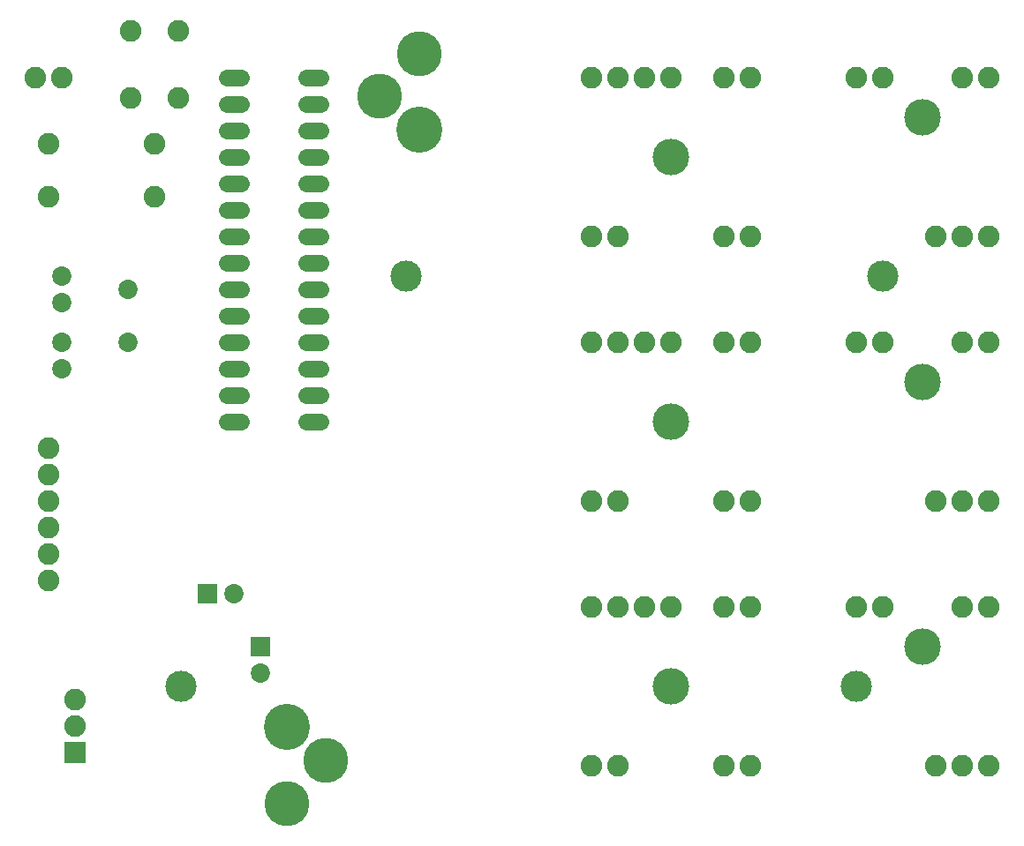
<source format=gbs>
G75*
G70*
%OFA0B0*%
%FSLAX24Y24*%
%IPPOS*%
%LPD*%
%AMOC8*
5,1,8,0,0,1.08239X$1,22.5*
%
%ADD10C,0.1182*%
%ADD11C,0.0640*%
%ADD12C,0.0730*%
%ADD13C,0.1740*%
%ADD14C,0.1700*%
%ADD15R,0.0820X0.0820*%
%ADD16C,0.0820*%
%ADD17R,0.0730X0.0730*%
%ADD18C,0.1380*%
D10*
X006601Y007502D03*
X015101Y023002D03*
X033101Y023002D03*
X032101Y007502D03*
D11*
X011881Y017502D02*
X011321Y017502D01*
X011321Y018502D02*
X011881Y018502D01*
X011881Y019502D02*
X011321Y019502D01*
X011321Y020502D02*
X011881Y020502D01*
X011881Y021502D02*
X011321Y021502D01*
X011321Y022502D02*
X011881Y022502D01*
X011881Y023502D02*
X011321Y023502D01*
X011321Y024502D02*
X011881Y024502D01*
X011881Y025502D02*
X011321Y025502D01*
X011321Y026502D02*
X011881Y026502D01*
X011881Y027502D02*
X011321Y027502D01*
X011321Y028502D02*
X011881Y028502D01*
X011881Y029502D02*
X011321Y029502D01*
X011321Y030502D02*
X011881Y030502D01*
X008881Y030502D02*
X008321Y030502D01*
X008321Y029502D02*
X008881Y029502D01*
X008881Y028502D02*
X008321Y028502D01*
X008321Y027502D02*
X008881Y027502D01*
X008881Y026502D02*
X008321Y026502D01*
X008321Y025502D02*
X008881Y025502D01*
X008881Y024502D02*
X008321Y024502D01*
X008321Y023502D02*
X008881Y023502D01*
X008881Y022502D02*
X008321Y022502D01*
X008321Y021502D02*
X008881Y021502D01*
X008881Y020502D02*
X008321Y020502D01*
X008321Y019502D02*
X008881Y019502D01*
X008881Y018502D02*
X008321Y018502D01*
X008321Y017502D02*
X008881Y017502D01*
D12*
X004601Y020502D03*
X004601Y022502D03*
X002101Y023002D03*
X002101Y022002D03*
X002101Y020502D03*
X002101Y019502D03*
X008601Y011002D03*
X009601Y008002D03*
D13*
X010601Y005965D03*
X015601Y028538D03*
D14*
X014120Y029789D03*
X015591Y031420D03*
X012082Y004714D03*
X010611Y003083D03*
D15*
X002601Y005002D03*
D16*
X002601Y006002D03*
X002601Y007002D03*
X001601Y011502D03*
X001601Y012502D03*
X001601Y013502D03*
X001601Y014502D03*
X001601Y015502D03*
X001601Y016502D03*
X001601Y026002D03*
X001601Y028002D03*
X002101Y030502D03*
X001101Y030502D03*
X004711Y029722D03*
X006491Y029722D03*
X005601Y028002D03*
X005601Y026002D03*
X006491Y032282D03*
X004711Y032282D03*
X022101Y030502D03*
X023101Y030502D03*
X024101Y030502D03*
X025101Y030502D03*
X027101Y030502D03*
X028101Y030502D03*
X032101Y030502D03*
X033101Y030502D03*
X036101Y030502D03*
X037101Y030502D03*
X037101Y024502D03*
X036101Y024502D03*
X035101Y024502D03*
X036101Y020502D03*
X037101Y020502D03*
X033101Y020502D03*
X032101Y020502D03*
X028101Y020502D03*
X027101Y020502D03*
X025101Y020502D03*
X024101Y020502D03*
X023101Y020502D03*
X022101Y020502D03*
X022101Y024502D03*
X023101Y024502D03*
X027101Y024502D03*
X028101Y024502D03*
X028101Y014502D03*
X027101Y014502D03*
X023101Y014502D03*
X022101Y014502D03*
X022101Y010502D03*
X023101Y010502D03*
X024101Y010502D03*
X025101Y010502D03*
X027101Y010502D03*
X028101Y010502D03*
X032101Y010502D03*
X033101Y010502D03*
X036101Y010502D03*
X037101Y010502D03*
X037101Y014502D03*
X036101Y014502D03*
X035101Y014502D03*
X035101Y004502D03*
X036101Y004502D03*
X037101Y004502D03*
X028101Y004502D03*
X027101Y004502D03*
X023101Y004502D03*
X022101Y004502D03*
D17*
X009601Y009002D03*
X007601Y011002D03*
D18*
X025101Y007502D03*
X034601Y009002D03*
X025101Y017502D03*
X034601Y019002D03*
X025101Y027502D03*
X034601Y029002D03*
M02*

</source>
